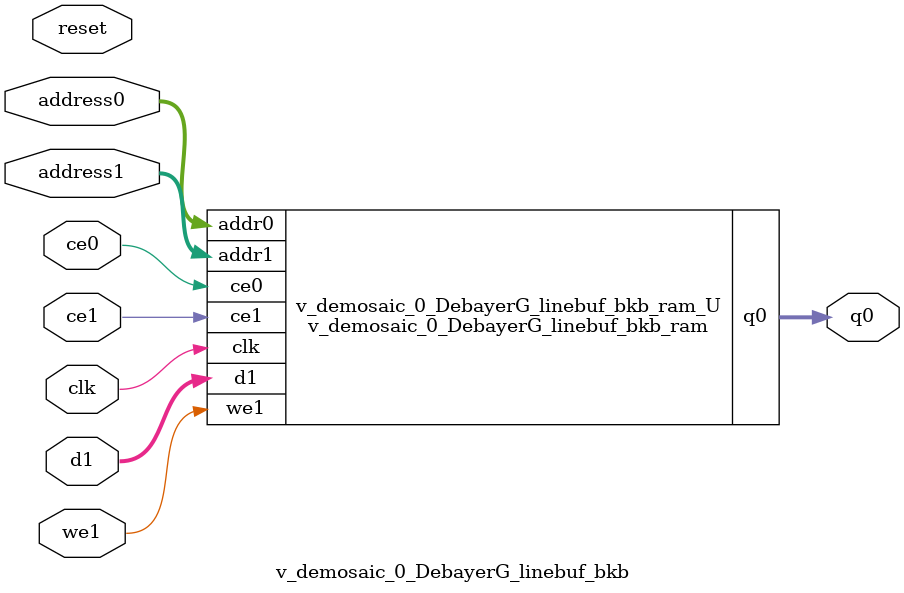
<source format=v>
`timescale 1 ns / 1 ps
module v_demosaic_0_DebayerG_linebuf_bkb_ram (addr0, ce0, q0, addr1, ce1, d1, we1,  clk);

parameter DWIDTH = 8;
parameter AWIDTH = 10;
parameter MEM_SIZE = 641;

input[AWIDTH-1:0] addr0;
input ce0;
output reg[DWIDTH-1:0] q0;
input[AWIDTH-1:0] addr1;
input ce1;
input[DWIDTH-1:0] d1;
input we1;
input clk;

(* ram_style = "block" *)reg [DWIDTH-1:0] ram[0:MEM_SIZE-1];




always @(posedge clk)  
begin 
    if (ce0) 
    begin
        q0 <= ram[addr0];
    end
end


always @(posedge clk)  
begin 
    if (ce1) 
    begin
        if (we1) 
        begin 
            ram[addr1] <= d1; 
        end 
    end
end


endmodule

`timescale 1 ns / 1 ps
module v_demosaic_0_DebayerG_linebuf_bkb(
    reset,
    clk,
    address0,
    ce0,
    q0,
    address1,
    ce1,
    we1,
    d1);

parameter DataWidth = 32'd8;
parameter AddressRange = 32'd641;
parameter AddressWidth = 32'd10;
input reset;
input clk;
input[AddressWidth - 1:0] address0;
input ce0;
output[DataWidth - 1:0] q0;
input[AddressWidth - 1:0] address1;
input ce1;
input we1;
input[DataWidth - 1:0] d1;



v_demosaic_0_DebayerG_linebuf_bkb_ram v_demosaic_0_DebayerG_linebuf_bkb_ram_U(
    .clk( clk ),
    .addr0( address0 ),
    .ce0( ce0 ),
    .q0( q0 ),
    .addr1( address1 ),
    .ce1( ce1 ),
    .we1( we1 ),
    .d1( d1 ));

endmodule


</source>
